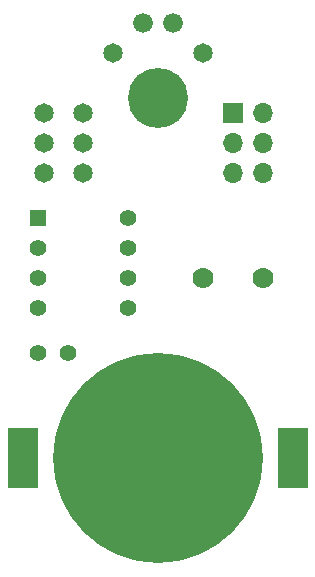
<source format=gts>
G04 #@! TF.FileFunction,Soldermask,Top*
%FSLAX46Y46*%
G04 Gerber Fmt 4.6, Leading zero omitted, Abs format (unit mm)*
G04 Created by KiCad (PCBNEW 4.0.7) date 02/16/20 19:44:05*
%MOMM*%
%LPD*%
G01*
G04 APERTURE LIST*
%ADD10C,0.150000*%
%ADD11C,1.651000*%
%ADD12R,1.397000X1.397000*%
%ADD13C,1.397000*%
%ADD14R,1.700000X1.700000*%
%ADD15O,1.700000X1.700000*%
%ADD16C,1.778000*%
%ADD17C,17.780000*%
%ADD18R,2.540000X5.080000*%
%ADD19C,5.080000*%
%ADD20C,1.676400*%
G04 APERTURE END LIST*
D10*
D11*
X135890000Y-105410000D03*
X135890000Y-102870000D03*
X135890000Y-107950000D03*
X132588000Y-102870000D03*
X132588000Y-105410000D03*
X132588000Y-107950000D03*
D12*
X132080000Y-111760000D03*
D13*
X132080000Y-114300000D03*
X132080000Y-116840000D03*
X132080000Y-119380000D03*
X139700000Y-119380000D03*
X139700000Y-116840000D03*
X139700000Y-114300000D03*
X139700000Y-111760000D03*
D14*
X148590000Y-102870000D03*
D15*
X151130000Y-102870000D03*
X148590000Y-105410000D03*
X151130000Y-105410000D03*
X148590000Y-107950000D03*
X151130000Y-107950000D03*
D16*
X151130000Y-116840000D03*
X146050000Y-116840000D03*
D17*
X142240000Y-132080000D03*
D18*
X130810000Y-132080000D03*
X153670000Y-132080000D03*
D19*
X142240000Y-101600000D03*
D11*
X146050000Y-97790000D03*
X138430000Y-97790000D03*
D13*
X132080000Y-123190000D03*
X134620000Y-123190000D03*
D20*
X143510000Y-95250000D03*
X140970000Y-95250000D03*
M02*

</source>
